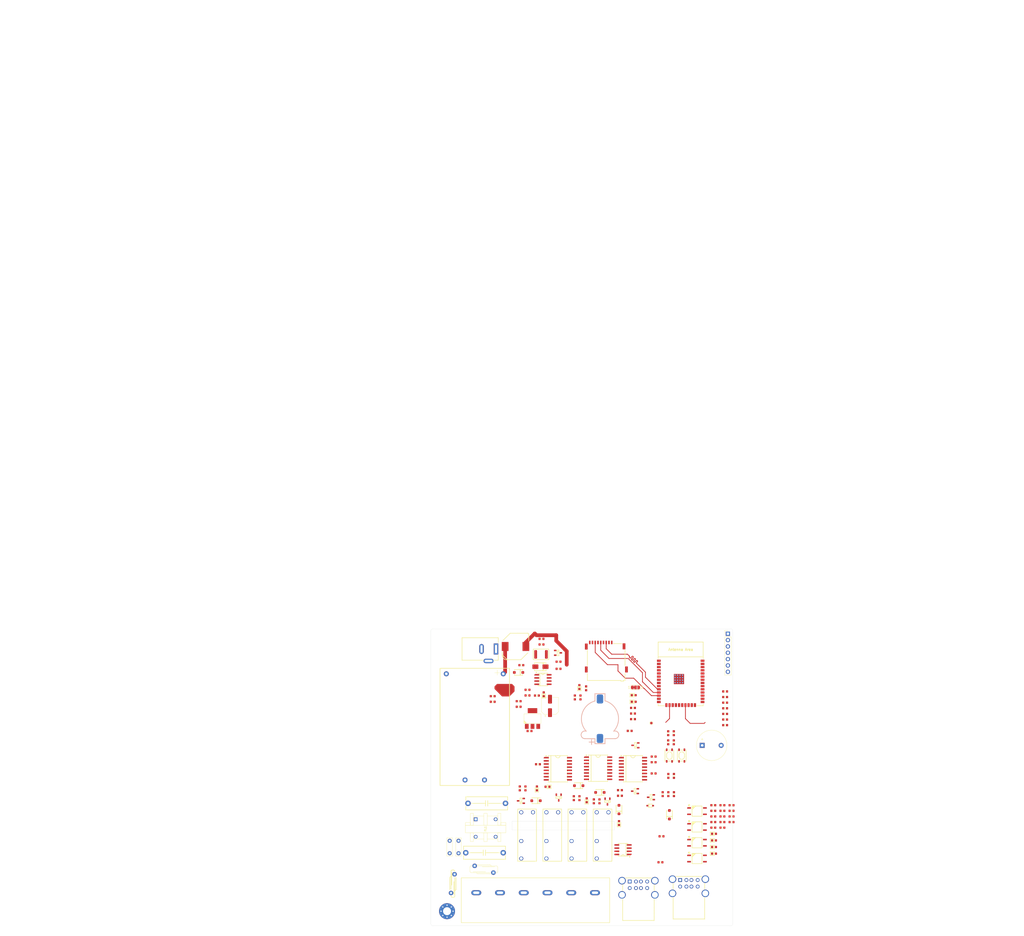
<source format=kicad_pcb>
(kicad_pcb (version 20241229) (generator "pcbnew") (generator_version "9.0")
  (layers (0 "F.Cu" signal) (2 "B.Cu" signal) (13 "F.Paste" user) (15 "B.Paste" user) (5 "F.SilkS" user "F.Silkscreen") (7 "B.SilkS" user "B.Silkscreen") (1 "F.Mask" user) (3 "B.Mask" user) (25 "Edge.Cuts" user))
  (net 0 "")
  (net 1 "Net-(BT1-+)")
  (net 2 "GND")
  (net 3 "Net-(BZ1-+)")
  (net 4 "+5V")
  (net 5 "Net-(C1-Pad2)")
  (net 6 "Neutral")
  (net 7 "Earth")
  (net 8 "+3.3V")
  (net 9 "Net-(U4-FILTER)")
  (net 10 "Net-(IC1-VBAT)")
  (net 11 "Net-(D4-Pad1)")
  (net 12 "Net-(Q2-D)")
  (net 13 "Net-(Q3-D)")
  (net 14 "Net-(Q4-D)")
  (net 15 "Net-(Q5-D)")
  (net 16 "Line   ")
  (net 20 "Net-(LE1-Pad1)")
  (net 21 "Net-(LE5-Pad1)")
  (net 22 "Net-(LE6-Pad1)")
  (net 23 "Net-(LE7-Pad1)")
  (net 24 "Net-(LE8-Pad1)")
  (net 25 "Net-(U4-VIOUT)")
  (net 28 "Net-(Q6-G)")
  (net 29 "VDC")
  (net 30 "/Power/B")
  (net 31 "/Power/VOUT")
  (net 32 "/Power/A")
  (net 33 "GND_ISO")
  (net 34 "+5V_ISO")
  (net 35 "/ESP32/ADC")
  (net 36 "/ESP32/ESP_BOOT")
  (net 37 "/ESP32/ESP_RST")
  (net 38 "/INPUT_OUTPUT_DIGI/IN1")
  (net 39 "/INPUT_OUTPUT_DIGI/OUT2")
  (net 40 "/INPUT_OUTPUT_DIGI/OUT1")
  (net 41 "/INPUT_OUTPUT_DIGI/IN2")
  (net 42 "/RELAY/RELAY1_OUT")
  (net 43 "/RELAY/RELAY3_OUT")
  (net 44 "/RELAY/RELAY4_OUT")
  (net 45 "/RELAY/RELAY2_OUT")
  (net 46 "/ESP32/ESP_CO2_TX")
  (net 47 "Net-(J4-VBUS1)")
  (net 48 "/ESP32/ESP_CO2_RX")
  (net 49 "/ESP32/ESP_TX")
  (net 50 "/ESP32/ESP_RX")
  (net 52 "/ESP32/ESP_SDCARD_DET")
  (net 53 "/ESP32/ESP_SDCARD_CS")
  (net 55 "Net-(LE2-Pad1)")
  (net 56 "/ESP32/ESP_IN1")
  (net 57 "/ESP32/ESP_IN2")
  (net 58 "Net-(LE3-Pad1)")
  (net 59 "Net-(LE9-Pad1)")
  (net 60 "Net-(LE12-Pad1)")
  (net 61 "Net-(LE13-Pad1)")
  (net 62 "Net-(LE14-Pad1)")
  (net 63 "/RELAY/RELAY3")
  (net 64 "/RELAY/RELAY4")
  (net 65 "/RELAY/RELAY1")
  (net 66 "/RELAY/RELAY2")
  (net 67 "Net-(R5-Pad2)")
  (net 68 "Net-(R17-Pad2)")
  (net 69 "Net-(R20-Pad2)")
  (net 70 "Net-(R27-Pad2)")
  (net 71 "/ESP32/ESP.SDA")
  (net 72 "/ESP32/ESP.SCL")
  (net 73 "/RELAY/RELAY_4_CURRENT")
  (net 74 "Net-(U10-IO5)")
  (net 76 "Net-(U3-P5)")
  (net 77 "Net-(U3-P7)")
  (net 78 "/ESP32/ESP_OUT2")
  (net 79 "/ESP32/ESP_OUT1")
  (net 83 "/ESP32/ESP_SPI.SCK")
  (net 86 "/ESP32/ESP_SPI.MOSI")
  (net 90 "unconnected-(U10-SDO{slash}SD0-Pad21)")
  (net 94 "/ESP32/ESP_SPI.MISO")
  (net 95 "Net-(R37-Pad2)")
  (net 96 "Net-(U1-FB)")
  (net 97 "Buzzer")
  (net 98 "/ESP32/ESP.DN")
  (net 99 "Net-(PS1-AC{slash}N)")
  (net 100 "Net-(PS1-AC{slash}L)")
  (net 101 "Net-(IC2-GND-Pad10)")
  (net 109 "/Power/ESP.DN")
  (net 110 "/ESP32/ESP.DP")
  (footprint "trainFootprint:C_0603" (layer "F.Cu") (at 202.65 51.75 90)
    (property "Reference" "R1" (hide yes))
    (property "Value" "1K/0603/5%")
  )
  (footprint "trainFootprint:C_0603" (layer "F.Cu") (at 197.7375 95.737499 90)
    (property "Reference" "R9" (hide yes))
    (property "Value" "1K/0603/5%")
  )
  (footprint "trainFootprint:C_0603" (layer "F.Cu") (at 253.55 103.055)
    (property "Reference" "C25" (hide yes))
    (property "Value" "10uF/0603/6.3V")
  )
  (footprint "trainFootprint:C_0603" (layer "F.Cu") (at 257.2 100.805)
    (property "Reference" "R17" (hide yes))
    (property "Value" "200R/0603/5%")
  )
  (footprint "trainFootprint:C_0603" (layer "F.Cu") (at 220.1 68.8)
    (property "Reference" "R36" (hide yes))
    (property "Value" "10K/0603/5%")
  )
  (footprint "trainFootprint:LED_0603" (layer "F.Cu") (at 221.715 57.15)
    (property "Reference" "LE14" (hide yes))
    (property "Value" "RED/0603")
  )
  (footprint "trainFootprint:Relay_G5NB-1A-E DC5" (layer "F.Cu") (at 191.466667 119.699999)
    (property "Reference" "RL3" (hide yes))
    (property "Value" "G5NB-1A-E_DC5" (hide yes))
  )
  (footprint "trainFootprint:C_0603" (layer "F.Cu") (at 253.55 98.555)
    (property "Reference" "C12" (hide yes))
    (property "Value" "1uF/0603/50V")
  )
  (footprint "trainFootprint:C_Rect_L7.0mm_W2.0mm_P5.00mm" (layer "F.Cu") (at 148.05 117.8 90)
    (property "Reference" "C2" (hide yes))
    (property "Value" "10nF/1000V")
  )
  (footprint "trainFootprint:ACDC_HLK10M05" (layer "F.Cu") (at 158.1 67.5 90)
    (property "Reference" "PS1" (hide yes))
    (property "Value" "HLK-10M05")
  )
  (footprint "trainFootprint:C_0603" (layer "F.Cu") (at 165.275 57.15)
    (property "Reference" "R38" (hide yes))
    (property "Value" "20K")
  )
  (footprint "trainFootprint:LED_0603" (layer "F.Cu") (at 202.9 96.5875 90)
    (property "Reference" "LE8" (hide yes))
    (property "Value" "RED/0603")
  )
  (footprint "trainFootprint:C_0603" (layer "F.Cu") (at 258.285 64.25)
    (property "Reference" "R32" (hide yes))
    (property "Value" "4.7K/0603/5%")
  )
  (footprint "trainFootprint:D_SOD-123" (layer "F.Cu") (at 175.655 45.385 180)
    (property "Reference" "Z2" (hide yes))
    (property "Value" "3.3V/SOD-123" (hide yes))
  )
  (footprint "trainFootprint:L_10.4x10.4_H4.8" (layer "F.Cu") (at 174.4 35 180)
    (property "Reference" "L1" (hide yes))
    (property "Value" "68uH 2A/10.4x10.4")
  )
  (footprint "trainFootprint:C_0603" (layer "F.Cu") (at 232.4 121.4)
    (property "Reference" "R23" (hide yes))
    (property "Value" "10K/0603/5%")
  )
  (footprint "trainFootprint:USB_A_Wuerth_61400826021_Horizontal_Stacked" (layer "F.Cu") (at 220.1 129.12)
    (property "Reference" "J2" (hide yes))
    (property "Value" "USB_A_Stacked")
  )
  (footprint "trainFootprint:D_SOD-123" (layer "F.Cu") (at 182.6375 96.749999 180)
    (property "Reference" "D7" (hide yes))
    (property "Value" "1N4007/SOD-123" (hide yes))
  )
  (footprint "trainFootprint:LED_0603" (layer "F.Cu") (at 253.85 112.655)
    (property "Reference" "LE3" (hide yes))
    (property "Value" "RED/0603")
  )
  (footprint "trainFootprint:C_0603" (layer "F.Cu") (at 176.119999 91.815 -90)
    (property "Reference" "R14" (hide yes))
    (property "Value" "10K/0603/5%")
  )
  (footprint "trainFootprint:SOIC-8_3.9x4.9mm_P1.27mm" (layer "F.Cu") (at 185.4 48.2 -90)
    (property "Reference" "U1" (hide yes))
    (property "Value" "XL1509-5.0E1" (hide yes))
  )
  (footprint "trainFootprint:C_0603" (layer "F.Cu") (at 198.15 55.4 90)
    (property "Reference" "C6" (hide yes))
    (property "Value" "10uF/0603/6.3V")
  )
  (footprint "trainFootprint:C_0603" (layer "F.Cu") (at 191.615 41.1 180)
    (property "Reference" "C11" (hide yes))
    (property "Value" "10uF/0603/6.3V")
  )
  (footprint "trainFootprint:C_0603" (layer "F.Cu") (at 237.8 86.825 90)
    (property "Reference" "R22" (hide yes))
    (property "Value" "4.7K/0603/1%")
  )
  (footprint "trainFootprint:LED_0603" (layer "F.Cu") (at 253.85 117.955)
    (property "Reference" "LE12" (hide yes))
    (property "Value" "RED/0603")
  )
  (footprint "trainFootprint:ACFilterChokeUU9.8" (layer "F.Cu") (at 162.4 107.6)
    (property "Reference" "FL1" (hide yes))
    (property "Value" "10mH/UU9.8")
  )
  (footprint "trainFootprint:C_0603" (layer "F.Cu") (at 216.19 92.53)
    (property "Reference" "R11" (hide yes))
    (property "Value" "1K/0603/5%")
  )
  (footprint "trainFootprint:C_0603" (layer "F.Cu") (at 235.5 69.725 -90)
    (property "Reference" "C28" (hide yes))
    (property "Value" "100nF/0603/50V")
  )
  (footprint "trainFootprint:SOT23-3" (layer "F.Cu") (at 191.415 37.55 180)
    (property "Reference" "Q6" (hide yes))
    (property "Value" "SI2301/SOT23-3")
  )
  (footprint "trainFootprint:SOIC-16W_7.5x10.3mm_P1.27mm" (layer "F.Cu") (at 207.45 83.755)
    (property "Reference" "IC2" (hide yes))
    (property "Value" "RTC_DS3231M" (hide yes))
  )
  (footprint "trainFootprint:C_0603" (layer "F.Cu") (at 200.4 55.4 90)
    (property "Reference" "C7" (hide yes))
    (property "Value" "100nF/0603/50V")
  )
  (footprint "trainFootprint:Relay_G5NB-1A-E DC5" (layer "F.Cu") (at 201.533333 119.699999)
    (property "Reference" "RL1" (hide yes))
    (property "Value" "G5NB-1A-E_DC5" (hide yes))
  )
  (footprint "trainFootprint:C_Rect_L16.5mm_W5.0mm_P15.00mm_MKT" (layer "F.Cu") (at 162 117.6)
    (property "Reference" "C1" (hide yes))
    (property "Value" "0.1uF/275VAC")
  )
  (footprint "trainFootprint:C_0603" (layer "F.Cu") (at 258.285 53)
    (property "Reference" "C26" (hide yes))
    (property "Value" "10uF/0603/6.3V")
  )
  (footprint "trainFootprint:D_SOD-123" (layer "F.Cu") (at 215.815 100.33 90)
    (property "Reference" "D6" (hide yes))
    (property "Value" "1N4007/SOD-123" (hide yes))
  )
  (footprint "trainFootprint:C_0603" (layer "F.Cu") (at 233.3 94.125 90)
    (property "Reference" "C22" (hide yes))
    (property "Value" "100nF/0603/50V")
  )
  (footprint "trainFootprint:SW_SPST_PTS810" (layer "F.Cu") (at 235.95 78.6625 -90)
    (property "Reference" "SW2" (hide yes))
    (property "Value" "tactileSW/4.2x3.3" (hide yes))
  )
  (footprint "trainFootprint:SOT23-3" (layer "F.Cu") (at 211.2 97.0875 90)
    (property "Reference" "Q5" (hide yes))
    (property "Value" "SI2300/SOT23-3")
  )
  (footprint "trainFootprint:C_0603" (layer "F.Cu") (at 258.285 57.5)
    (property "Reference" "C31" (hide yes))
    (property "Value" "10nF/0603/50V")
  )
  (footprint "trainFootprint:C_0603" (layer "F.Cu") (at 184.8 31.95 180)
    (property "Reference" "R2" (hide yes))
    (property "Value" "100K/0603/5%")
  )
  (footprint "trainFootprint:OPTO_EL357N-G" (layer "F.Cu") (at 247.025 119.905)
    (property "Reference" "U9" (hide yes))
    (property "Value" "EL357N-G/SOP-4")
  )
  (footprint "trainFootprint:C_0603" (layer "F.Cu") (at 232.825 111)
    (property "Reference" "R7" (hide yes))
    (property "Value" "100K/0603/5%")
  )
  (footprint "trainFootprint:C_Rect_L16.5mm_W5.0mm_P15.00mm_MKT" (layer "F.Cu") (at 162.9 97.82)
    (property "Reference" "C3" (hide yes))
    (property "Value" "0.1uF/275VAC")
  )
  (footprint "trainFootprint:C_0603" (layer "F.Cu") (at 258.285 55.25)
    (property "Reference" "C29" (hide yes))
    (property "Value" "10uF/0603/6.3V")
  )
  (footprint "trainFootprint:C_0603" (layer "F.Cu") (at 176.725 42.48 180)
    (property "Reference" "C10" (hide yes))
    (property "Value" "1uF/0603/50V")
  )
  (footprint "trainFootprint:C_0603" (layer "F.Cu") (at 235.5 73.375 -90)
    (property "Reference" "R35" (hide yes))
    (property "Value" "1K/0603/5%")
  )
  (footprint "trainFootprint:C_0603" (layer "F.Cu") (at 175.66 56.9)
    (property "Reference" "C14" (hide yes))
    (property "Value" "1uF/0603/50V")
  )
  (footprint "trainFootprint:Buzzer_12x9.5RM7.6" (layer "F.Cu") (at 249.1 74.6)
    (property "Reference" "BZ1" (hide yes))
    (property "Value" "Buzzer")
  )
  (footprint "trainFootprint:C_0603" (layer "F.Cu") (at 199.9875 95.737499 90)
    (property "Reference" "R10" (hide yes))
    (property "Value" "10K/0603/5%")
  )
  (footprint "trainFootprint:D_SMA" (layer "F.Cu") (at 184.45 43.1 180)
    (property "Reference" "D2" (hide yes))
    (property "Value" "SS54/SMA")
  )
  (footprint "trainFootprint:Relay_G5NB-1A-E DC5" (layer "F.Cu") (at 181.4 119.699999)
    (property "Reference" "RL4" (hide yes))
    (property "Value" "G5NB-1A-E_DC5" (hide yes))
  )
  (footprint "trainFootprint:C_0603" (layer "F.Cu") (at 260.85 105.305)
    (property "Reference" "R29" (hide yes))
    (property "Value" "1K/0603/5%")
  )
  (footprint "trainFootprint:RV_Disc_D12mm_W5.8mm_P7.5mm" (layer "F.Cu") (at 158.05 122.85)
    (property "Reference" "RV1" (hide yes))
    (property "Value" "10D561" (hide yes))
  )
  (footprint "trainFootprint:C_0603" (layer "F.Cu") (at 165.275 54.9)
    (property "Reference" "R37" (hide yes))
    (property "Value" "10K")
  )
  (footprint "trainFootprint:ESP32-WROOM-32E" (layer "F.Cu") (at 240.5 47.725)
    (property "Reference" "U10" (hide yes))
    (property "Value" "ESP32-WROOM-32E")
  )
  (footprint "trainFootprint:D_SOD-123" (layer "F.Cu") (at 199.7175 90.722499 180)
    (property "Reference" "D5" (hide yes))
    (property "Value" "1N4007/SOD-123" (hide yes))
  )
  (footprint "trainFootprint:D_SOD323" (layer "F.Cu") (at 228.2977 98.7473)
    (property "Reference" "D3" (hide yes))
    (property "Value" "1N4148/SOD323")
  )
  (footprint "trainFootprint:C_0603" (layer "F.Cu") (at 179.2 54.6)
    (property "Reference" "C17" (hide yes))
    (property "Value" "100nF/0603/50V")
  )
  (footprint "trainFootprint:SolderJumper-3_P1.3mm_Bridged12_RoundedPad1.0x1.5mm_NumberLabels" (layer "F.Cu") (at 222.415 51.4)
    (property "Reference" "JP2" (hide yes))
    (property "Value" "power select")
  )
  (footprint "trainFootprint:C_0603" (layer "F.Cu") (at 258.285 66.5)
    (property "Reference" "R33" (hide yes))
    (property "Value" "4.7K/0603/5%")
  )
  (footprint "trainFootprint:C_0603" (layer "F.Cu") (at 205.75 97 90)
    (property "Reference" "R15" (hide yes))
    (property "Value" "1K/0603/5%")
  )
  (footprint "trainFootprint:SOT23-3" (layer "F.Cu") (at 222.3915 74.574558)
    (property "Reference" "D4" (hide yes))
    (property "Value" "BAT54C/SOT23-3")
  )
  (footprint "trainFootprint:Fuse_1812_4532Metric" (layer "F.Cu") (at 184.605 38.16 180)
    (property "Reference" "F2" (hide yes))
    (property "Value" "0.9-1.2A/1812/24V" (hide yes))
  )
  (footprint "trainFootprint:MicroSD_Socket_9P" (layer "F.Cu") (at 210.325 44.625)
    (property "Reference" "J6" (hide yes))
    (property "Value" "MiSD-PP-9P-V1")
  )
  (footprint "trainFootprint:LED_0603" (layer "F.Cu") (at 185.7 54.15 90)
    (property "Reference" "LE4" (hide yes))
    (property "Value" "RED/0603")
  )
  (footprint "trainFootprint:D_SOD-123" (layer "F.Cu") (at 236 102.4 90)
    (property "Reference" "Z1" (hide yes))
    (property "Value" "3.3V/SOD-123" (hide yes))
  )
  (footprint "trainFootprint:C_0603" (layer "F.Cu") (at 221.415 64.1)
    (property "Reference" "C33" (hide yes))
    (property "Value" "10uF/0603/6.3V")
  )
  (footprint "trainFootprint:C_0603" (layer "F.Cu") (at 235.55 94.125 90)
    (property "Reference" "C23" (hide yes))
    (property "Value" "100nF/0603/50V")
  )
  (footprint "trainFootprint:C_0603" (layer "F.Cu") (at 229.68 85.837893)
    (property "Reference" "R8" (hide yes))
    (property "Value" "1K/0603/5%")
  )
  (footprint "trainFootprint:LED_0603" (layer "F.Cu") (at 253.85 110.005)
    (property "Reference" "LE2" (hide yes))
    (property "Value" "RED/0603")
  )
  (footprint "trainFootprint:C_0603" (layer "F.Cu") (at 182.96 54.65)
    (property "Reference" "R6" (hide yes))
    (property "Value" "1K/0603/5%")
  )
  (footprint "trainFootprint:BarrelJack_Wuerth_6941xx301002" (layer "F.Cu") (at 160.8 36 -90)
    (property "Reference" "J1" (hide yes))
    (property "Value" "DC5521/2.1mm")
  )
  (footprint "trainFootprint:LED_0603" (layer "F.Cu") (at 215.815 105.705 90)
    (property "Reference" "LE6" (hide yes))
    (property "Value" "RED/0603")
  )
  (footprint "trainFootprint:Relay_G5NB-1A-E DC5" (layer "F.Cu") (at 211.6 119.699999)
    (property "Reference" "RL2" (hide yes))
    (property "Value" "G5NB-1A-E_DC5" (hide yes))
  )
  (footprint "trainFootprint:LED_0603" (layer "F.Cu") (at 182.969999 91.815 90)
    (property "Reference" "LE7" (hide yes))
    (property "Value" "RED/0603")
  )
  (footprint "trainFootprint:LED_0603" (layer "F.Cu") (at 253.85 115.305)
    (property "Reference" "LE9" (hide yes))
    (property "Value" "RED/0603")
  )
  (footprint "trainFootprint:PinHeader_1x07_P2.54mm_Vertical" (layer "F.Cu") (at 259.4 29.9)
    (property "Reference" "J5" (hide yes))
    (property "Value" "header-2.54mm-7p")
  )
  (footprint "trainFootprint:C_0603" (layer "F.Cu") (at 253.55 100.805)
    (property "Reference" "C13" (hide yes))
    (property "Value" "1uF/0603/50V")
  )
  (footprint "trainFootprint:C_0603" (layer "F.Cu") (at 237.8 94.125 90)
    (property "Reference" "C24" (hide yes))
    (property "Value" "100nF/0603/50V")
  )
  (footprint "trainFootprint:CP_Elec_6.3x7.7" (layer "F.Cu") (at 188.2 58.8 90)
    (property "Reference" "C5" (hide yes))
    (property "Value" "220uF/6.3x7.7/6.3V")
  )
  (footprint "trainFootprint:SOT-223-3_TabPin2" (layer "F.Cu") (at 181.2 63.85 90)
    (property "Reference" "U2" (hide yes))
    (property "Value" "AMS1117-3.3")
  )
  (footprint "trainFootprint:OPTO_EL357N-G" (layer "F.Cu") (at 247.025 113.58)
    (property "Reference" "U8" (hide yes))
    (property "Value" "EL357N-G/SOP-4")
  )
  (footprint "trainFootprint:C_0603" (layer "F.Cu") (at 253.55 107.555)
    (property "Reference" "R4" (hide yes))
    (property "Value" "1K/0603/5%")
  )
  (footprint "trainFootprint:C_0603" (layer "F.Cu") (at 229.68 81.337893)
    (property "Reference" "C19" (hide yes))
    (property "Value" "100nF/0603/50V")
  )
  (footprint "trainFootprint:C_0603" (layer "F.Cu") (at 237.75 73.375 -90)
    (property "Reference" "R34" (hide yes))
    (property "Value" "1K/0603/5%")
  )
  (footprint "trainFootprint:C_0603" (layer "F.Cu") (at 253.55 105.305)
    (property "Reference" "R3" (hide yes))
    (property "Value" "10K/0603/5%")
  )
  (footprint "trainFootprint:C_0603" (layer "F.Cu") (at 208 97 90)
    (property "Reference" "R16" (hide yes))
    (property "Value" "10K/0603/5%")
  )
  (footprint "trainFootprint:D_SOD-123" (layer "F.Cu") (at 208.2 93.425 180)
    (property "Reference" "D8" (hide yes))
    (property "Value" "1N4007/SOD-123" (hide yes))
  )
  (footprint "trainFootprint:C_0603" (layer "F.Cu") (at 221.415 59.6)
    (property "Reference" "C30" (hide yes))
    (property "Value" "100nF/0603/50V")
  )
  (footprint "trainFootprint:C_0603" (layer "F.Cu") (at 235.55 86.825 90)
    (property "Reference" "R21" (hide yes))
    (property "Value" "9.1K/0603/1%")
  )
  (footprint "trainFootprint:C_0603" (layer "F.Cu") (at 258.285 59.75)
    (property "Reference" "R30" (hide yes))
    (property "Value" "10K/0603/5%")
  )
  (footprint "trainFootprint:OPTO_EL357N-G" (layer "F.Cu") (at 247.025 100.93)
    (property "Reference" "U5" (hide yes))
    (property "Value" "EL357N-G/SOP-4")
  )
  (footprint "trainFootprint:C_0603" (layer "F.Cu") (at 229.68 79.087893)
    (property "Reference" "C18" (hide yes))
    (property "Value" "1uF/0603/50V")
  )
  (footprint "trainFootprint:RV_Disc_D12mm_W3.9mm_P7.5mm" (layer "F.Cu") (at 148.6 133.7 90)
    (property "Reference" "F1" (hide yes))
    (property "Value" "300mA/250VAC")
  )
  (footprint "trainFootprint:C_0603" (layer "F.Cu") (at 257.2 98.555)
    (property "Reference" "R5" (hide yes))
    (property "Value" "200R/0603/5%")
  )
  (footprint "trainFootprint:LED_0603" (layer "F.Cu") (at 221.715 54.5)
    (property "Reference" "LE13" (hide yes))
    (property "Value" "RED/0603")
  )
  (footprint "trainFootprint:USB_A_Wuerth_61400826021_Horizontal_Stacked" (layer "F.Cu") (at 240.3 128.52)
    (property "Reference" "J4" (hide yes))
    (property "Value" "USB_A_Stacked")
  )
  (footprint "trainFootprint:C_0603" (layer "F.Cu") (at 260.85 98.555)
    (property "Reference" "R26" (hide yes))
    (property "Value" "1K/0603/5%")
  )
  (footprint "trainFootprint:SOT23-3" (layer "F.Cu") (at 191.6875 95.487499 90)
    (property "Reference" "Q2" (hide yes))
    (property "Value" "SI2300/SOT23-3")
  )
  (footprint "trainFootprint:TestPoint_Pad_D1.0mm" (layer "F.Cu") (at 228.765 65.67)
    (property "Reference" "TP1" (hide yes))
    (property "Value" "TestPoint")
  )
  (footprint "trainFootprint:C_0603" (layer "F.Cu") (at 260.85 100.805)
    (property "Reference" "R27" (hide yes))
    (property "Value" "200R/0603/5%")
  )
  (footprint "trainFootprint:SOIC-8_3.9x4.9mm_P1.27mm" (layer "F.Cu") (at 217.4 116.4 90)
    (property "Reference" "U4" (hide yes))
    (property "Value" "ACS712ELCTR-20A-T/SOIC-8" (hide yes))
  )
  (footprint "trainFootprint:SOT23-3" (layer "F.Cu") (at 222.215 92.93)
    (property "Reference" "Q3" (hide yes))
    (property "Value" "SI2300/SOT23-3")
  )
  (footprint "trainFootprint:C_0603" (layer "F.Cu") (at 237.75 69.725 -90)
    (property "Reference" "C27" (hide yes))
    (property "Value" "100nF/0603/50V")
  )
  (footprint "trainFootprint:C_0603" (layer "F.Cu") (at 183.38 82.156393)
    (property "Reference" "C21" (hide yes))
    (property "Value" "100nF/0603/50V")
  )
  (footprint "trainFootprint:C_0603" (layer "F.Cu") (at 179.2 52.35)
    (property "Reference" "C16" (hide yes))
    (property "Value" "1uF/0603/50V")
  )
  (footprint "trainFootprint:SOIC-16W_7.5x10.3mm_P1.27mm" (layer "F.Cu") (at 221.4 83.9465)
    (property "Reference" "IC1" (hide yes))
    (property "Value" "RTC_DS3231M" (hide yes))
  )
  (footprint "trainFootprint:C_0603" (layer "F.Cu") (at 178.369999 91.815 -90)
    (property "Reference" "R13" (hide yes))
    (property "Value" "1K/0603/5%")
  )
  (footprint "trainFootprint:SOT23-3" (layer "F.Cu") (at 228.615 95.37)
    (property "Reference" "Q1" (hide yes))
    (property "Value" "SI2300/SOT23-3")
  )
  (footprint "trainFootprint:C_0603" (layer "F.Cu") (at 191.615 43.95 180)
    (property "Reference" "C9" (hide yes))
    (property "Value" "10uF/0603/6.3V")
  )
  (footprint "trainFootprint:C_0603" (layer "F.Cu") (at 180.015 68.856393)
    (property "Reference" "C20" (hide yes))
    (property "Value" "1uF/0603/50V")
  )
  (footprint "trainFootprint:TerminalBlock_Screw_HB9500_6P_P9.5mm" (layer "F.Cu") (at 182.45 138.7875)
    (property "Reference" "J3" (hide yes))
    (property "Value" "HB9500-6P")
  )
  (footprint "trainFootprint:C_0603" (layer "F.Cu") (at 257.2 107.555)
    (property "Reference" "R20" (hide yes))
    (property "Value" "200R/0603/5%")
  )
  (footprint "trainFootprint:C_0603" (layer "F.Cu") (at 221.415 61.85)
    (property "Reference" "C32" (hide yes))
    (property "Value" "10uF/0603/6.3V")
  )
  (footprint "trainFootprint:C_0603" (layer "F.Cu") (at 260.85 103.055)
    (property "Reference" "R28" (hide yes))
    (property "Value" "10K/0603/5%")
  )
  (footprint "trainFootprint:C_0603" (layer "F.Cu") (at 175.66 59.15)
    (property "Reference" "C15" (hide yes))
    (property "Value" "100nF/0603/50V")
  )
  (footprint "trainFootprint:C_0603" (layer "F.Cu") (at 257.2 105.305)
    (property "Reference" "R19" (hide yes))
    (property "Value" "1K/0603/5%")
  )
  (footprint "trainFootprint:SW_SPST_PTS810" (layer "F.Cu") (at 240.9 78.6625 -90)
    (property "Reference" "SW1" (hide yes))
    (property "Value" "tactileSW/4.2x3.3" (hide yes))
  )
  (footprint "trainFootprint:C_0603" (layer "F.Cu") (at 257.2 103.055)
    (property "Reference" "R18" (hide yes))
    (property "Value" "10K/0603/5%")
  )
  (footprint "trainFootprint:MountingHole_3.2mm_M3_Pad_Via" (layer "F.Cu") (at 147 141)
    (property "Reference" "H1" (hide yes))
    (property "Value" "MountingHole_Pad")
  )
  (footprint "trainFootprint:SOT23-3" (layer "F.Cu") (at 176.57 96.814999)
    (property "Reference" "Q4" (hide yes))
    (property "Value" "SI2300/SOT23-3")
  )
  (footprint "trainFootprint:C_0603" (layer "F.Cu") (at 216.19 94.78)
    (property "Reference" "R12" (hide yes))
    (property "Value" "10K/0603/5%")
  )
  (footprint "trainFootprint:SOIC-16W_7.5x10.3mm_P1.27mm" (layer "F.Cu") (at 191.35 83.965)
    (property "Reference" "U3" (hide yes))
    (property "Value" "PCF8574/SOIC-16W" (hide yes))
  )
  (footprint "trainFootprint:LED_0603" (layer "F.Cu") (at 199.95 51.235 90)
    (property "Reference" "LE1" (hide yes))
    (property "Value" "RED/0603")
  )
  (footprint "trainFootprint:C_Rect_L7.0mm_W2.0mm_P5.00mm" (layer "F.Cu") (at 151.6 117.8 90)
    (property "Reference" "C4" (hide yes))
    (property "Value" "10nF/1000V")
  )
  (footprint "trainFootprint:C_0603" (layer "F.Cu") (at 184.8 34.2 180)
    (property "Reference" "C8" (hide yes))
    (property "Value" "100nF/0603/50V")
  )
  (footprint "trainFootprint:LED_0603" (layer "F.Cu") (at 187.1875 91.177499 180)
    (property "Reference" "LE5" (hide yes))
    (property "Value" "RED/0603")
  )
  (footprint "trainFootprint:OPTO_EL357N-G" (layer "F.Cu") (at 247.025 107.255)
    (property "Reference" "U6" (hide yes))
    (property "Value" "EL357N-G/SOP-4")
  )
  (footprint "trainFootprint:C_0603" (layer "F.Cu") (at 258.285 62)
    (property "Reference" "R31" (hide yes))
    (property "Value" "10K/0603/5%")
  )
  (footprint "trainFootprint:BatteryHolder_CR1220" (layer "B.Cu") (at 208.199997 63.925 -90)
    (property "Reference" "BT1" (hide yes))
    (property "Value" "CR1220" (hide yes))
  )
  (gr_arc (start 140.5 28.9) (mid 140.792893 28.192893) (end 141.5 27.9) (stroke (width 0.05)) (layer "Edge.Cuts"))
  (gr_arc (start 141.5 146.9) (mid 140.792893 146.607107) (end 140.5 145.9) (stroke (width 0.05)) (layer "Edge.Cuts"))
  (gr_rect (start 173 105) (end 214 108.5) (stroke (width 0.05)) (fill no) (layer "Edge.Cuts"))
  (gr_arc (start 260.4 27.9) (mid 261.107107 28.192893) (end 261.4 28.9) (stroke (width 0.05)) (layer "Edge.Cuts"))
  (gr_line (start 261.4 28.9) (end 261.4 145.9) (stroke (width 0.05)) (layer "Edge.Cuts"))
  (gr_line (start 260.4 146.9) (end 141.5 146.9) (stroke (width 0.05)) (layer "Edge.Cuts"))
  (gr_line (start 141.5 27.9) (end 260.4 27.9) (stroke (width 0.05)) (layer "Edge.Cuts"))
  (gr_arc (start 261.4 145.9) (mid 261.107107 146.607107) (end 260.4 146.9) (stroke (width 0.05)) (layer "Edge.Cuts"))
  (gr_line (start 140.5 145.9) (end 140.5 28.9) (stroke (width 0.05)) (layer "Edge.Cuts"))
  (segment (start 169.5 45.95) (end 170.25 45.2) (width 1.5) (layer "F.Cu") (net 4))
  (segment (start 170.25 45.2) (end 170.25 35) (width 1.5) (layer "F.Cu") (net 4))
  (segment (start 182.1 29.8) (end 182.8 30.5) (width 1.5) (layer "F.Cu") (net 31))
  (segment (start 190.7 32.7) (end 194.2 36.2) (width 1.5) (layer "F.Cu") (net 31))
  (segment (start 178.55 33.35) (end 182.1 29.8) (width 1.5) (layer "F.Cu") (net 31))
  (segment (start 194.9 36.9) (end 194.9 42.3) (width 1.5) (layer "F.Cu") (net 31))
  (segment (start 194.2 36.2) (end 194.9 36.9) (width 1.5) (layer "F.Cu") (net 31))
  (segment (start 190.7 30.5) (end 190.7 32.7) (width 1.5) (layer "F.Cu") (net 31))
  (segment (start 182.8 30.5) (end 190.7 30.5) (width 1.5) (layer "F.Cu") (net 31))
  (segment (start 178.55 35) (end 178.55 33.35) (width 1.5) (layer "F.Cu") (net 31))
  (segment (start 208.505 36.505) (end 211.8 39.8) (width 0.3) (layer "F.Cu") (net 83))
  (segment (start 211.8 39.8) (end 219.5 39.8) (width 0.3) (layer "F.Cu") (net 83))
  (segment (start 229.515 53.415) (end 231.75 53.415) (width 0.3) (layer "F.Cu") (net 83))
  (segment (start 225.3 49.2) (end 229.515 53.415) (width 0.3) (layer "F.Cu") (net 83))
  (segment (start 225.2 45.5) (end 225.2 49.2) (width 0.3) (layer "F.Cu") (net 83))
  (segment (start 208.505 33.4) (end 208.505 36.505) (width 0.3) (layer "F.Cu") (net 83))
  (segment (start 225.2 49.2) (end 225.3 49.2) (width 0.3) (layer "F.Cu") (net 83))
  (segment (start 219.5 39.8) (end 225.2 45.5) (width 0.3) (layer "F.Cu") (net 83))
  (segment (start 221.491051 39.397428) (end 220.994238 39.894238) (width 0.3) (layer "F.Cu") (net 86))
  (segment (start 219.986612 39.403268) (end 220.182481 39.599137) (width 0.3) (layer "F.Cu") (net 86))
  (segment (start 222.133748 41.30031) (end 222.267029 41.167028) (width 0.3) (layer "F.Cu") (net 86))
  (segment (start 223.188107 41.094477) (end 222.860998 41.421587) (width 0.3) (layer "F.Cu") (net 86))
  (segment (start 222.860997 41.760997) (end 222.94585 41.84585) (width 0.3) (layer "F.Cu") (net 86))
  (segment (start 221.406199 38.973164) (end 221.491051 39.058016) (width 0.3) (layer "F.Cu") (net 86))
  (segment (start 220.44081 39.599137) (end 220.569974 39.469972) (width 0.3) (layer "F.Cu") (net 86))
  (segment (start 212.9 38.1) (end 219.2 38.1) (width 0.3) (layer "F.Cu") (net 86))
  (segment (start 226.4 47.3) (end 231.245 52.145) (width 0.3) (layer "F.Cu") (net 86))
  (segment (start 220.994239 39.894239) (end 220.860983 40.027494) (width 0.3) (layer "F.Cu") (net 86))
  (segment (start 231.245 52.145) (end 231.75 52.145) (width 0.3) (layer "F.Cu") (net 86))
  (segment (start 222.267029 41.167028) (end 222.267029 41.167029) (width 0.3) (layer "F.Cu") (net 86))
  (segment (start 220.569974 39.469972) (end 220.569975 39.469975) (width 0.3) (layer "F.Cu") (net 86))
  (segment (start 221.842766 40.742766) (end 221.709484 40.876047) (width 0.3) (layer "F.Cu") (net 86))
  (segment (start 222.94585 41.84585) (end 223.72335 42.62335) (width 0.3) (layer "F.Cu") (net 86))
  (segment (start 220.994238 39.894238) (end 220.994239 39.894239) (width 0.3) (layer "F.Cu") (net 86))
  (segment (start 221.842765 40.742766) (end 221.842766 40.742766) (width 0.3) (layer "F.Cu") (net 86))
  (segment (start 210.705 35.905) (end 212.9 38.1) (width 0.3) (layer "F.Cu") (net 86))
  (segment (start 219.2 38.1) (end 219.986612 38.886612) (width 0.3) (layer "F.Cu") (net 86))
  (segment (start 222.267029 41.167029) (end 222.436733 40.997322) (width 0.3) (layer "F.Cu") (net 86))
  (segment (start 223.103255 40.670213) (end 223.188107 40.755065) (width 0.3) (layer "F.Cu") (net 86))
  (segment (start 223.72335 42.62335) (end 226.4 45.3) (width 0.3) (layer "F.Cu") (net 86))
  (segment (start 210.705 33.4) (end 210.705 35.905) (width 0.3) (layer "F.Cu") (net 86))
  (segment (start 221.285247 40.451758) (end 221.418502 40.318502) (width 0.3) (layer "F.Cu") (net 86))
  (segment (start 221.709484 41.142609) (end 221.867185 41.30031) (width 0.3) (layer "F.Cu") (net 86))
  (segment (start 220.860983 40.294006) (end 221.018735 40.451758) (width 0.3) (layer "F.Cu") (net 86))
  (segment (start 222.254756 39.821658) (end 222.339608 39.90651) (width 0.3) (layer "F.Cu") (net 86))
  (segment (start 221.418502 40.318502) (end 221.915344 39.821657) (width 0.3) (layer "F.Cu") (net 86))
  (segment (start 222.436733 40.997322) (end 222.763843 40.670212) (width 0.3) (layer "F.Cu") (net 86))
  (segment (start 222.339608 40.245922) (end 221.842765 40.742766) (width 0.3) (layer "F.Cu") (net 86))
  (segment (start 226.4 45.3) (end 226.4 47.3) (width 0.3) (layer "F.Cu") (net 86))
  (segment (start 220.569975 39.469975) (end 221.066785 38.973162) (width 0.3) (layer "F.Cu") (net 86))
  (arc (start 221.915344 39.821657) (mid 222.08505 39.751364) (end 222.254756 39.821658) (width 0.3) (layer "F.Cu") (net 86))
  (arc (start 221.018735 40.451758) (mid 221.151991 40.506954) (end 221.285247 40.451758) (width 0.3) (layer "F.Cu") (net 86))
  (arc (start 221.867185 41.30031) (mid 222.000467 41.355517) (end 222.133748 41.30031) (width 0.3) (layer "F.Cu") (net 86))
  (arc (start 222.763843 40.670212) (mid 222.933549 40.599919) (end 223.103255 40.670213) (width 0.3) (layer "F.Cu") (net 86))
  (arc (start 219.986612 38.886612) (mid 220.040113 39.015776) (end 219.986612 39.14494) (width 0.3) (layer "F.Cu") (net 86))
  (arc (start 221.066785 38.973162) (mid 221.236492 38.902868) (end 221.406199 38.973164) (width 0.3) (layer "F.Cu") (net 86))
  (arc (start 220.182481 39.599137) (mid 220.311646 39.652638) (end 220.44081 39.599137) (width 0.3) (layer "F.Cu") (net 86))
  (arc (start 221.709484 40.876047) (mid 221.654277 41.009328) (end 221.709484 41.142609) (width 0.3) (layer "F.Cu") (net 86))
  (arc (start 220.860983 40.027494) (mid 220.805787 40.16075) (end 220.860983 40.294006) (width 0.3) (layer "F.Cu") (net 86))
  (arc (start 223.188107 40.755065) (mid 223.258403 40.924772) (end 223.188107 41.094477) (width 0.3) (layer "F.Cu") (net 86))
  (arc (start 221.491051 39.058016) (mid 221.561345 39.227721) (end 221.491051 39.397428) (width 0.3) (layer "F.Cu") (net 86))
  (arc (start 222.860998 41.421587) (mid 222.790703 41.591291) (end 222.860997 41.760997) (width 0.3) (layer "F.Cu") (net 86))
  (arc (start 219.986612 39.14494) (mid 219.933111 39.274104) (end 219.986612 39.403268) (width 0.3) (layer "F.Cu") (net 86))
  (arc (start 222.339608 39.90651) (mid 222.409904 40.076217) (end 222.339608 40.245922) (width 0.3) (layer "F.Cu") (net 86))
  (segment (start 249.9 65.8) (end 250.3 65.4) (width 0.3) (layer "F.Cu") (net 90))
  (segment (start 244.3 65.8) (end 249.9 65.8) (width 0.3) (layer "F.Cu") (net 90))
  (segment (start 242.4 63.9) (end 244.3 65.8) (width 0.3) (layer "F.Cu") (net 90))
  (segment (start 242.4 58.475) (end 242.4 63.9) (width 0.3) (layer "F.Cu") (net 90))
  (segment (start 206.305 33.4) (end 206.305 37.405) (width 0.3) (layer "F.Cu") (net 94))
  (segment (start 228.785 54.685) (end 231.75 54.685) (width 0.3) (layer "F.Cu") (net 94))
  (segment (start 215.4 44.8) (end 218.3 47.7) (width 0.3) (layer "F.Cu") (net 94))
  (segment (start 226 51.9) (end 228.785 54.685) (width 0.3) (layer "F.Cu") (net 94))
  (segment (start 225.9 51.9) (end 226 51.9) (width 0.3) (layer "F.Cu") (net 94))
  (segment (start 221.7 47.7) (end 225.9 51.9) (width 0.3) (layer "F.Cu") (net 94))
  (segment (start 211.2 42.3) (end 215.4 42.3) (width 0.3) (layer "F.Cu") (net 94))
  (segment (start 218.3 47.7) (end 221.7 47.7) (width 0.3) (layer "F.Cu") (net 94))
  (segment (start 206.305 37.405) (end 211.2 42.3) (width 0.3) (layer "F.Cu") (net 94))
  (segment (start 215.4 42.3) (end 215.4 44.8) (width 0.3) (layer "F.Cu") (net 94))
  (segment (start 236.05 63.85) (end 234.5 65.4) (width 0.3) (layer "F.Cu") (net 110))
  (segment (start 236.05 58.475) (end 236.05 63.85) (width 0.3) (layer "F.Cu") (net 110))
  (zone (net 71) (net_name "/ESP32/ESP.SDA") (layer "F.Cu") (connect_pads (clearance 0.5)) (min_thickness 0.25) (fill yes (thermal_gap 0.5) (thermal_bridge_width 0.5))
    (polygon (pts (xy 167 50) (xy 173 50) (xy 174 51) (xy 174 53) (xy 172 55) (xy 169 55) (xy 166 52) (xy 166 51)))
  )
  (zone (net 0) (net_name "") (layers "F.Cu" "B.Cu") (connect_pads yes (clearance 0)) (min_thickness 0.25)
    (keepout (tracks allowed) (vias allowed) (pads allowed) (copperpour not_allowed) (footprints allowed))
    (fill (thermal_gap 0.5) (thermal_bridge_width 0.5) (smoothing fillet))
    (polygon (pts (xy 134.9 75.2) (xy 172.9 75.2) (xy 175.2 77.5) (xy 175.2 101.9) (xy 183.849999 110.549999) (xy 209.2375 110.549999) (xy 211.6 112.912499) (xy 211.6 150.7) (xy 211.4 150.9) (xy 138.2 150.9) (xy 134.9 147.6)))
  )
)
</source>
